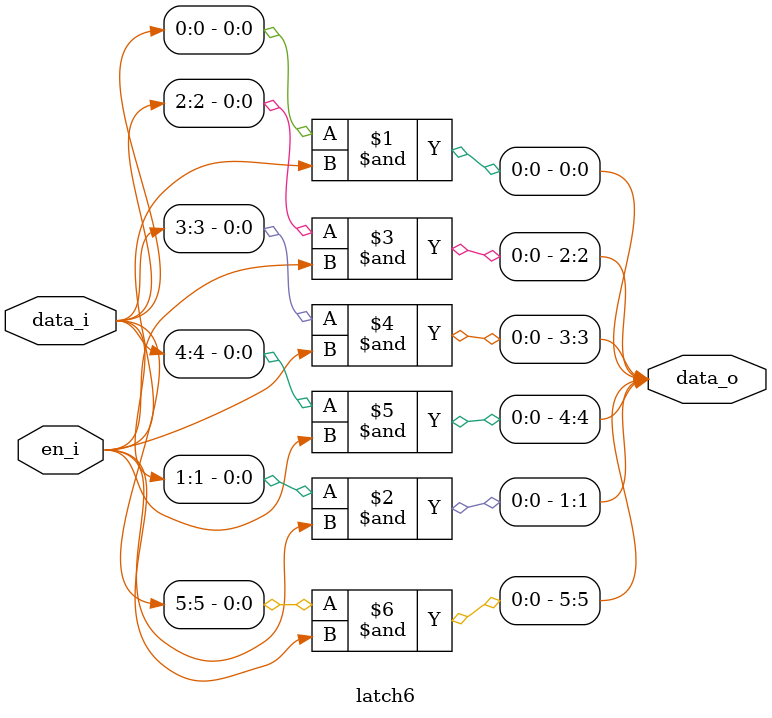
<source format=sv>
module latch6 (
    // input
    input logic [5:0] data_i ,
    input logic en_i,
    //input logic clk_i ,

    // output
    output logic [5:0] data_o
);
    assign data_o[0] = data_i[0] & en_i ;
    assign data_o[1] = data_i[1] & en_i ;
    assign data_o[2] = data_i[2] & en_i ;
    assign data_o[3] = data_i[3] & en_i ;
    assign data_o[4] = data_i[4] & en_i ;
    assign data_o[5] = data_i[5] & en_i ;
    
endmodule : latch6

</source>
